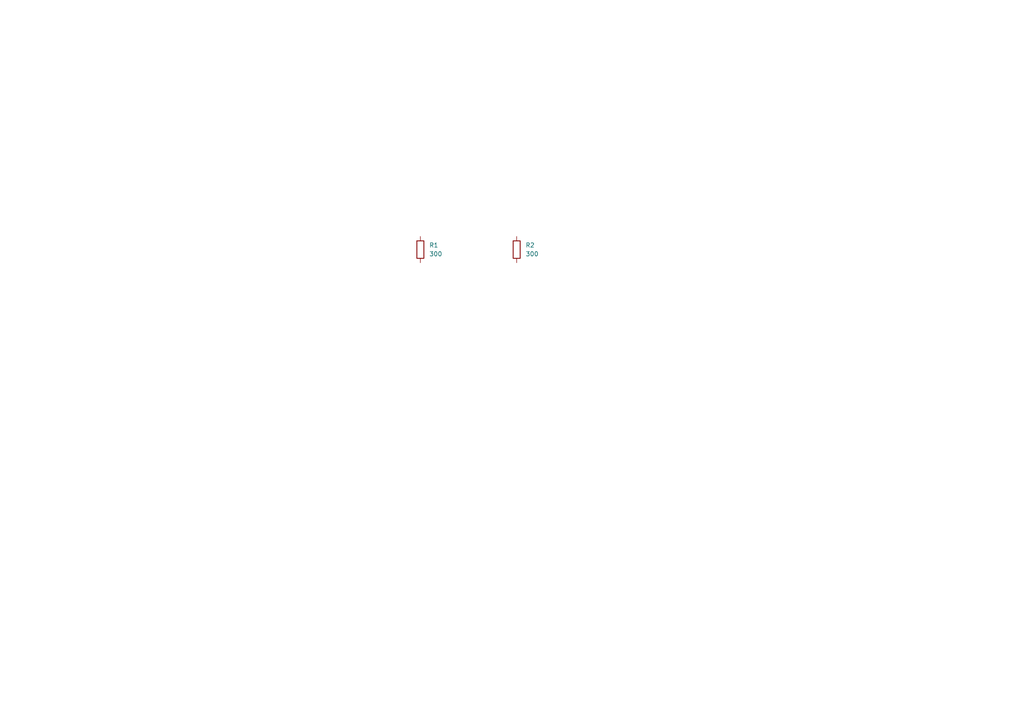
<source format=kicad_sch>
(kicad_sch (version 20230121) (generator eeschema)

  (uuid 6c77a3d9-2ce1-42b9-b7bb-c307dd6267ca)

  (paper "A4")

  (title_block
    (title "${project_name}")
    (date "2024-09-30")
    (rev "1")
  )

  (lib_symbols
    (symbol "Device:R" (pin_numbers hide) (pin_names (offset 0)) (in_bom yes) (on_board yes)
      (property "Reference" "R" (at 2.032 0 90)
        (effects (font (size 1.27 1.27)))
      )
      (property "Value" "R" (at 0 0 90)
        (effects (font (size 1.27 1.27)))
      )
      (property "Footprint" "" (at -1.778 0 90)
        (effects (font (size 1.27 1.27)) hide)
      )
      (property "Datasheet" "~" (at 0 0 0)
        (effects (font (size 1.27 1.27)) hide)
      )
      (property "ki_keywords" "R res resistor" (at 0 0 0)
        (effects (font (size 1.27 1.27)) hide)
      )
      (property "ki_description" "Resistor" (at 0 0 0)
        (effects (font (size 1.27 1.27)) hide)
      )
      (property "ki_fp_filters" "R_*" (at 0 0 0)
        (effects (font (size 1.27 1.27)) hide)
      )
      (symbol "R_0_1"
        (rectangle (start -1.016 -2.54) (end 1.016 2.54)
          (stroke (width 0.254) (type default))
          (fill (type none))
        )
      )
      (symbol "R_1_1"
        (pin passive line (at 0 3.81 270) (length 1.27)
          (name "~" (effects (font (size 1.27 1.27))))
          (number "1" (effects (font (size 1.27 1.27))))
        )
        (pin passive line (at 0 -3.81 90) (length 1.27)
          (name "~" (effects (font (size 1.27 1.27))))
          (number "2" (effects (font (size 1.27 1.27))))
        )
      )
    )
  )


  (symbol (lib_id "Device:R") (at 149.86 72.39 0) (unit 1)
    (in_bom yes) (on_board yes) (dnp no) (fields_autoplaced)
    (uuid 1f3d1a2b-e0b9-47c9-92e9-67e0b1a4e650)
    (property "Reference" "R2" (at 152.4 71.12 0)
      (effects (font (size 1.27 1.27)) (justify left))
    )
    (property "Value" "300" (at 152.4 73.66 0)
      (effects (font (size 1.27 1.27)) (justify left))
    )
    (property "Footprint" "" (at 148.082 72.39 90)
      (effects (font (size 1.27 1.27)) hide)
    )
    (property "Datasheet" "~" (at 149.86 72.39 0)
      (effects (font (size 1.27 1.27)) hide)
    )
    (property "Purpose" "" (at 149.86 72.39 0)
      (effects (font (size 1.27 1.27)) hide)
    )
    (pin "2" (uuid 5a4f1e47-2c99-4c28-b1ce-077be0b7961d))
    (pin "1" (uuid 2cab9699-e62c-42a8-b299-0d18e439ddda))
    (instances
      (project "MCU Datalogger"
        (path "/6c77a3d9-2ce1-42b9-b7bb-c307dd6267ca"
          (reference "R2") (unit 1)
        )
      )
    )
  )

  (symbol (lib_id "Device:R") (at 121.92 72.39 0) (unit 1)
    (in_bom yes) (on_board yes) (dnp no) (fields_autoplaced)
    (uuid 8cca8a2b-d0ea-4783-96c9-48b4d51a563a)
    (property "Reference" "R1" (at 124.46 71.12 0)
      (effects (font (size 1.27 1.27)) (justify left))
    )
    (property "Value" "300" (at 124.46 73.66 0)
      (effects (font (size 1.27 1.27)) (justify left))
    )
    (property "Footprint" "" (at 120.142 72.39 90)
      (effects (font (size 1.27 1.27)) hide)
    )
    (property "Datasheet" "~" (at 121.92 72.39 0)
      (effects (font (size 1.27 1.27)) hide)
    )
    (property "Purpose" "" (at 121.92 72.39 0)
      (effects (font (size 1.27 1.27)) hide)
    )
    (pin "2" (uuid 3a2ad812-6f50-4bdb-931f-1868bec91124))
    (pin "1" (uuid b0510a0b-49f3-48f2-8c8d-1a47c4ecee3c))
    (instances
      (project "MCU Datalogger"
        (path "/6c77a3d9-2ce1-42b9-b7bb-c307dd6267ca"
          (reference "R1") (unit 1)
        )
      )
    )
  )

  (sheet_instances
    (path "/" (page "1"))
  )
)

</source>
